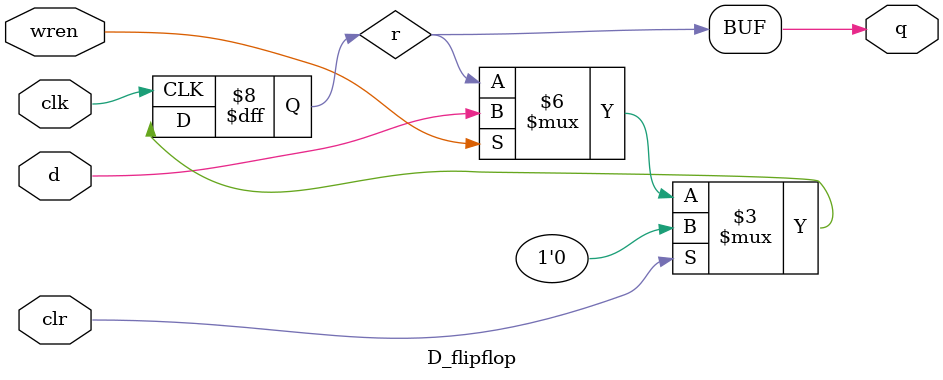
<source format=v>
module D_flipflop (q, d, clr, clk, wren);
	input d;
	input	clr, clk, wren;
	output q;
	reg r;
	always @(posedge clk)
	begin
		if (wren) begin
			r = d;
		end
		if (clr) begin
			r = 1'b0;
		end
	end
	assign q = r;
endmodule

</source>
